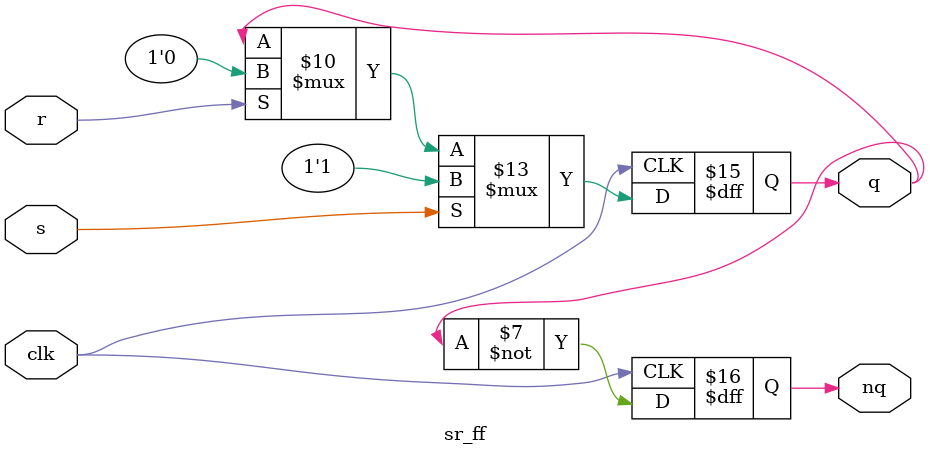
<source format=v>
module sr_ff(clk, r,s,q,nq);
input clk;
input r, s;
output reg q, nq;

always@(posedge clk)
begin
    if (s == 1)
    begin
        q<=1;
    end
    else if (r == 1)
    begin
        q<=0;
    end
    else if (s == 0 & r == 0)
    begin
        q <= q;
        nq <= nq;
    end
    nq<= ~q;
end
endmodule // sr_ff

</source>
